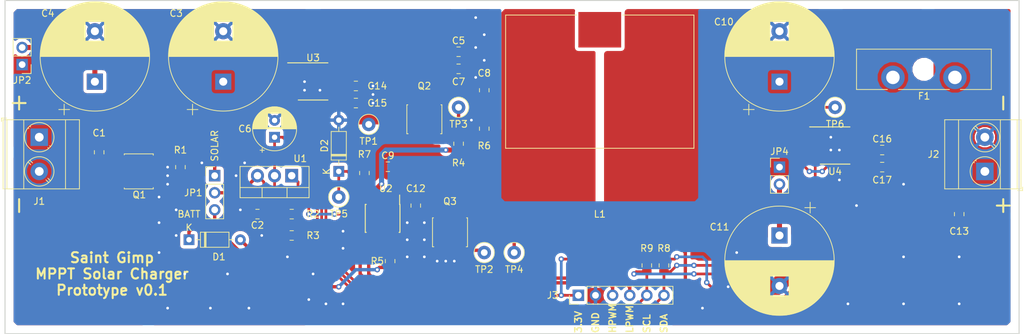
<source format=kicad_pcb>
(kicad_pcb (version 20171130) (host pcbnew "(5.0.0-3-g5ebb6b6)")
  (layers (0 F.Cu signal) (31 B.Cu signal) (34 B.Paste user) (35 F.Paste user) (36 B.SilkS user) (37 F.SilkS user) (38 B.Mask user) (39 F.Mask user) (44 Edge.Cuts user))
  (net 0 "")
  (net 1 "Net-(D1-Pad1)")
  (net 2 "Net-(D1-Pad2)")
  (net 3 GND)
  (net 4 "Net-(Q2-Pad4)")
  (net 5 +3V3)
  (net 6 /PowerStage/SOLAR+)
  (net 7 /PowerStage/SOLAR-)
  (net 8 "Net-(C2-Pad1)")
  (net 9 "Net-(C4-Pad1)")
  (net 10 +10V)
  (net 11 "Net-(C8-Pad1)")
  (net 12 /PowerStage/SWITCH_NODE)
  (net 13 /PowerStage/BUCK_OUT)
  (net 14 "Net-(C11-Pad1)")
  (net 15 /PowerStage/BATTERY+)
  (net 16 /PowerStage/BatteryCurrentMonitor/IN-)
  (net 17 /MCU/HIGH_PWM)
  (net 18 /MCU/LOW_PWM)
  (net 19 /MCU/SDA)
  (net 20 /MCU/SCL)
  (net 21 /PowerStage/SolarCurrentMonitor/IN-)
  (net 22 "Net-(R2-Pad2)")
  (net 23 /PowerStage/HIGH_DRIVER)
  (net 24 /PowerStage/LOW_DRIVER)
  (net 25 "Net-(U3-Pad13)")
  (net 26 "Net-(U3-Pad7)")
  (net 27 "Net-(U4-Pad7)")
  (net 28 "Net-(U4-Pad13)")
  (net 29 /PowerStage/HB)
  (net 30 /PowerStage/HS)
  (module Resistor_SMD:R_0805_2012Metric (layer F.Cu) (at 132.715 112.395 90)
    (fp_text reference R5 (at 0 -1.905 180) (layer F.SilkS))
    (fp_text value 3.3)
    (pad 1 smd roundrect (at -0.9375 0 90) (size 0.975 1.4) (layers F.Cu F.Paste F.Mask) (net 2 "Net-(D1-Pad2)"))
    (pad 2 smd roundrect (at 0.9375 0 90) (size 0.975 1.4) (layers F.Cu F.Paste F.Mask) (net 24 /PowerStage/LOW_DRIVER))
  )
  (module Resistor_SMD:R_0805_2012Metric (layer F.Cu) (at 118.11 105.41)
    (fp_text reference R2 (at 3.175 0) (layer F.SilkS))
    (fp_text value 150)
    (pad 2 smd roundrect (at 0.9375 0) (size 0.975 1.4) (layers F.Cu F.Paste F.Mask) (net 22 "Net-(R2-Pad2)"))
    (pad 1 smd roundrect (at -0.9375 0) (size 0.975 1.4) (layers F.Cu F.Paste F.Mask) (net 10 +10V))
  )
  (module Resistor_SMD:R_0805_2012Metric (layer F.Cu) (at 118.11 108.585 180)
    (fp_text reference R3 (at -3.175 0 180) (layer F.SilkS))
    (fp_text value 1000)
    (pad 1 smd roundrect (at -0.9375 0 180) (size 0.975 1.4) (layers F.Cu F.Paste F.Mask) (net 22 "Net-(R2-Pad2)"))
    (pad 2 smd roundrect (at 0.9375 0 180) (size 0.975 1.4) (layers F.Cu F.Paste F.Mask) (net 3 GND))
  )
  (module Capacitor_SMD:C_0805_2012Metric (layer F.Cu) (at 113.03 105.41 180)
    (fp_text reference C2 (at 0 -1.65 180) (layer F.SilkS))
    (fp_text value 100nF)
    (pad 1 smd roundrect (at -0.9375 0 180) (size 0.975 1.4) (layers F.Cu F.Paste F.Mask) (net 8 "Net-(C2-Pad1)"))
    (pad 2 smd roundrect (at 0.9375 0 180) (size 0.975 1.4) (layers F.Cu F.Paste F.Mask) (net 3 GND))
  )
  (module Capacitor_THT:CP_Radial_D6.3mm_P2.50mm (layer F.Cu) (at 115.57 93.98 90)
    (fp_text reference C6 (at 1.25 -4.4 180) (layer F.SilkS))
    (fp_text value 100uF)
    (pad 1 thru_hole rect (at 0 0 90) (size 1.6 1.6) (drill 0.8) (layers *.Cu *.Mask) (net 10 +10V))
    (pad 2 thru_hole circle (at 2.5 0 90) (size 1.6 1.6) (drill 0.8) (layers *.Cu *.Mask) (net 3 GND))
  )
  (module Package_TO_SOT_THT:TO-220-3_Vertical (layer F.Cu) (at 118.11 99.695 180)
    (fp_text reference U1 (at -1.27 2.54 180) (layer F.SilkS))
    (fp_text value LM350_TO220)
    (pad 1 thru_hole rect (at 0 0 180) (size 1.905 2) (drill 1.1) (layers *.Cu *.Mask) (net 22 "Net-(R2-Pad2)"))
    (pad 2 thru_hole oval (at 2.54 0 180) (size 1.905 2) (drill 1.1) (layers *.Cu *.Mask) (net 10 +10V))
    (pad 3 thru_hole oval (at 5.08 0 180) (size 1.905 2) (drill 1.1) (layers *.Cu *.Mask) (net 8 "Net-(C2-Pad1)"))
  )
  (module Diode_THT:D_DO-35_SOD27_P7.62mm_Horizontal (layer F.Cu) (at 102.87 109.22)
    (fp_text reference D1 (at 4.445 2.54) (layer F.SilkS))
    (fp_text value 1N4148)
    (fp_text user K (at 0 -1.8) (layer F.SilkS))
    (pad 1 thru_hole rect (at 0 0) (size 1.6 1.6) (drill 0.8) (layers *.Cu *.Mask) (net 1 "Net-(D1-Pad1)"))
    (pad 2 thru_hole oval (at 7.62 0) (size 1.6 1.6) (drill 0.8) (layers *.Cu *.Mask) (net 2 "Net-(D1-Pad2)"))
  )
  (module Package_TO_SOT_SMD:LFPAK56 (layer F.Cu) (at 95.25 99.06 180)
    (fp_text reference Q1 (at -0.245 -3.48 180) (layer F.SilkS))
    (fp_text value PSMN5R5-60YS)
    (pad 2 smd rect (at -2.835 -0.64 90) (size 0.7 1.15) (layers F.Cu F.Paste F.Mask) (net 3 GND))
    (pad 1 smd rect (at -2.835 -1.91 90) (size 0.7 1.15) (layers F.Cu F.Paste F.Mask) (net 3 GND))
    (pad 3 smd rect (at -2.835 0.64 90) (size 0.7 1.15) (layers F.Cu F.Paste F.Mask) (net 3 GND))
    (pad 5 smd rect (at 2.635 0 90) (size 4.7 1.55) (layers F.Cu F.Mask) (net 7 /PowerStage/SOLAR-))
    (pad 5 smd rect (at 0.435 0 90) (size 4.2 3.3) (layers F.Cu F.Mask) (net 7 /PowerStage/SOLAR-))
    (pad 4 smd rect (at -2.835 1.91 90) (size 0.7 1.15) (layers F.Cu F.Paste F.Mask) (net 1 "Net-(D1-Pad1)"))
  )
  (module Package_TO_SOT_SMD:LFPAK56 (layer F.Cu) (at 137.795 91.145 90)
    (fp_text reference Q2 (at 4.785 0 180) (layer F.SilkS))
    (fp_text value PSMN5R5-60YS)
    (pad 4 smd rect (at -2.835 1.91) (size 0.7 1.15) (layers F.Cu F.Paste F.Mask) (net 4 "Net-(Q2-Pad4)"))
    (pad 5 smd rect (at 0.435 0) (size 4.2 3.3) (layers F.Cu F.Mask) (net 21 /PowerStage/SolarCurrentMonitor/IN-))
    (pad 5 smd rect (at 2.635 0) (size 4.7 1.55) (layers F.Cu F.Mask) (net 21 /PowerStage/SolarCurrentMonitor/IN-))
    (pad 3 smd rect (at -2.835 0.64) (size 0.7 1.15) (layers F.Cu F.Paste F.Mask) (net 12 /PowerStage/SWITCH_NODE))
    (pad 1 smd rect (at -2.835 -1.91) (size 0.7 1.15) (layers F.Cu F.Paste F.Mask) (net 12 /PowerStage/SWITCH_NODE))
    (pad 2 smd rect (at -2.835 -0.64) (size 0.7 1.15) (layers F.Cu F.Paste F.Mask) (net 12 /PowerStage/SWITCH_NODE))
  )
  (module Package_TO_SOT_SMD:LFPAK56 (layer F.Cu) (at 141.605 107.95 90)
    (fp_text reference Q3 (at 4.445 0 180) (layer F.SilkS))
    (fp_text value PSMN5R5-60YS)
    (pad 2 smd rect (at -2.835 -0.64) (size 0.7 1.15) (layers F.Cu F.Paste F.Mask) (net 3 GND))
    (pad 1 smd rect (at -2.835 -1.91) (size 0.7 1.15) (layers F.Cu F.Paste F.Mask) (net 3 GND))
    (pad 3 smd rect (at -2.835 0.64) (size 0.7 1.15) (layers F.Cu F.Paste F.Mask) (net 3 GND))
    (pad 5 smd rect (at 2.635 0) (size 4.7 1.55) (layers F.Cu F.Mask) (net 12 /PowerStage/SWITCH_NODE))
    (pad 5 smd rect (at 0.435 0) (size 4.2 3.3) (layers F.Cu F.Mask) (net 12 /PowerStage/SWITCH_NODE))
    (pad 4 smd rect (at -2.835 1.91) (size 0.7 1.15) (layers F.Cu F.Paste F.Mask) (net 2 "Net-(D1-Pad2)"))
  )
  (module Capacitor_SMD:C_0805_2012Metric (layer F.Cu) (at 89.535 96.2175 270)
    (fp_text reference C1 (at -2.8725 0) (layer F.SilkS))
    (fp_text value 1uF)
    (pad 1 smd roundrect (at -0.9375 0 270) (size 0.975 1.4) (layers F.Cu F.Paste F.Mask) (net 6 /PowerStage/SOLAR+))
    (pad 2 smd roundrect (at 0.9375 0 270) (size 0.975 1.4) (layers F.Cu F.Paste F.Mask) (net 7 /PowerStage/SOLAR-))
  )
  (module Capacitor_THT:CP_Radial_D16.0mm_P7.50mm (layer F.Cu) (at 107.95 85.725 90)
    (fp_text reference C3 (at 10.16 -6.985 180) (layer F.SilkS))
    (fp_text value 1000uF)
    (pad 2 thru_hole circle (at 7.5 0 90) (size 2.4 2.4) (drill 1.2) (layers *.Cu *.Mask) (net 3 GND))
    (pad 1 thru_hole rect (at 0 0 90) (size 2.4 2.4) (drill 1.2) (layers *.Cu *.Mask) (net 6 /PowerStage/SOLAR+))
  )
  (module Capacitor_SMD:C_0805_2012Metric (layer F.Cu) (at 142.875 81.28)
    (fp_text reference C5 (at 0 -1.65) (layer F.SilkS))
    (fp_text value 4.7uF)
    (pad 1 smd roundrect (at -0.9375 0) (size 0.975 1.4) (layers F.Cu F.Paste F.Mask) (net 21 /PowerStage/SolarCurrentMonitor/IN-))
    (pad 2 smd roundrect (at 0.9375 0) (size 0.975 1.4) (layers F.Cu F.Paste F.Mask) (net 3 GND))
  )
  (module Capacitor_SMD:C_0805_2012Metric (layer F.Cu) (at 146.685 86.995 90)
    (fp_text reference C8 (at 2.54 0 180) (layer F.SilkS))
    (fp_text value 1nF)
    (pad 1 smd roundrect (at -0.9375 0 90) (size 0.975 1.4) (layers F.Cu F.Paste F.Mask) (net 11 "Net-(C8-Pad1)"))
    (pad 2 smd roundrect (at 0.9375 0 90) (size 0.975 1.4) (layers F.Cu F.Paste F.Mask) (net 3 GND))
  )
  (module Capacitor_SMD:C_0805_2012Metric (layer F.Cu) (at 132.3825 98.365)
    (fp_text reference C9 (at 0 -1.65) (layer F.SilkS))
    (fp_text value 1uF)
    (pad 2 smd roundrect (at 0.9375 0) (size 0.975 1.4) (layers F.Cu F.Paste F.Mask) (net 29 /PowerStage/HB))
    (pad 1 smd roundrect (at -0.9375 0) (size 0.975 1.4) (layers F.Cu F.Paste F.Mask) (net 12 /PowerStage/SWITCH_NODE))
  )
  (module Fuse:Fuseholder_Blade_ATO_Littelfuse_Pudenz_2_Pin (layer F.Cu) (at 216.535 85.09 180)
    (fp_text reference F1 (at 4.57 -2.78 180) (layer F.SilkS))
    (fp_text value Fuse)
    (pad 1 thru_hole circle (at 0 0 180) (size 3.5 3.5) (drill 2) (layers *.Cu *.Mask) (net 15 /PowerStage/BATTERY+))
    (pad "" np_thru_hole circle (at 4.6 1.2 180) (size 2.4 2.4) (drill 2.4) (layers *.Cu *.Mask))
    (pad 2 thru_hole circle (at 9.2 0 180) (size 3.5 3.5) (drill 2) (layers *.Cu *.Mask) (net 16 /PowerStage/BatteryCurrentMonitor/IN-))
  )
  (module Resistor_SMD:R_0805_2012Metric (layer F.Cu) (at 101.6 98.425 90)
    (fp_text reference R1 (at 2.54 0 180) (layer F.SilkS))
    (fp_text value 1M)
    (pad 1 smd roundrect (at -0.9375 0 90) (size 0.975 1.4) (layers F.Cu F.Paste F.Mask) (net 3 GND))
    (pad 2 smd roundrect (at 0.9375 0 90) (size 0.975 1.4) (layers F.Cu F.Paste F.Mask) (net 1 "Net-(D1-Pad1)"))
  )
  (module Resistor_SMD:R_0805_2012Metric (layer F.Cu) (at 142.875 94.9475 90)
    (fp_text reference R4 (at -2.8425 0 180) (layer F.SilkS))
    (fp_text value 3.3)
    (pad 2 smd roundrect (at 0.9375 0 90) (size 0.975 1.4) (layers F.Cu F.Paste F.Mask) (net 4 "Net-(Q2-Pad4)"))
    (pad 1 smd roundrect (at -0.9375 0 90) (size 0.975 1.4) (layers F.Cu F.Paste F.Mask) (net 23 /PowerStage/HIGH_DRIVER))
  )
  (module Capacitor_THT:CP_Radial_D16.0mm_P7.50mm (layer F.Cu) (at 190.5 85.725 90)
    (fp_text reference C10 (at 8.89 -8.255 180) (layer F.SilkS))
    (fp_text value 1000uF)
    (pad 2 thru_hole circle (at 7.5 0 90) (size 2.4 2.4) (drill 1.2) (layers *.Cu *.Mask) (net 3 GND))
    (pad 1 thru_hole rect (at 0 0 90) (size 2.4 2.4) (drill 1.2) (layers *.Cu *.Mask) (net 13 /PowerStage/BUCK_OUT))
  )
  (module Capacitor_THT:CP_Radial_D16.0mm_P7.50mm (layer F.Cu) (at 190.5 108.585 270)
    (fp_text reference C11 (at -1.27 8.89) (layer F.SilkS))
    (fp_text value 1000uF)
    (pad 1 thru_hole rect (at 0 0 270) (size 2.4 2.4) (drill 1.2) (layers *.Cu *.Mask) (net 14 "Net-(C11-Pad1)"))
    (pad 2 thru_hole circle (at 7.5 0 270) (size 2.4 2.4) (drill 1.2) (layers *.Cu *.Mask) (net 3 GND))
  )
  (module Capacitor_SMD:C_0805_2012Metric (layer F.Cu) (at 136.525 104.14 270)
    (fp_text reference C12 (at -2.54 0) (layer F.SilkS))
    (fp_text value 1uF)
    (pad 2 smd roundrect (at 0.9375 0 270) (size 0.975 1.4) (layers F.Cu F.Paste F.Mask) (net 3 GND))
    (pad 1 smd roundrect (at -0.9375 0 270) (size 0.975 1.4) (layers F.Cu F.Paste F.Mask) (net 10 +10V))
  )
  (module Capacitor_SMD:C_0805_2012Metric (layer F.Cu) (at 217.17 105.41 270)
    (fp_text reference C13 (at 2.54 0) (layer F.SilkS))
    (fp_text value 1uF)
    (pad 1 smd roundrect (at -0.9375 0 270) (size 0.975 1.4) (layers F.Cu F.Paste F.Mask) (net 15 /PowerStage/BATTERY+))
    (pad 2 smd roundrect (at 0.9375 0 270) (size 0.975 1.4) (layers F.Cu F.Paste F.Mask) (net 3 GND))
  )
  (module Capacitor_SMD:C_0805_2012Metric (layer F.Cu) (at 127.635 86.36)
    (fp_text reference C14 (at 3.175 0) (layer F.SilkS))
    (fp_text value 100nF)
    (pad 2 smd roundrect (at 0.9375 0) (size 0.975 1.4) (layers F.Cu F.Paste F.Mask) (net 3 GND))
    (pad 1 smd roundrect (at -0.9375 0) (size 0.975 1.4) (layers F.Cu F.Paste F.Mask) (net 6 /PowerStage/SOLAR+))
  )
  (module Capacitor_SMD:C_0805_2012Metric (layer F.Cu) (at 127.635 88.9)
    (fp_text reference C15 (at 3.175 0) (layer F.SilkS))
    (fp_text value 100nF)
    (pad 1 smd roundrect (at -0.9375 0) (size 0.975 1.4) (layers F.Cu F.Paste F.Mask) (net 5 +3V3))
    (pad 2 smd roundrect (at 0.9375 0) (size 0.975 1.4) (layers F.Cu F.Paste F.Mask) (net 3 GND))
  )
  (module Capacitor_SMD:C_0805_2012Metric (layer F.Cu) (at 205.74 95.885)
    (fp_text reference C16 (at 0 -1.65) (layer F.SilkS))
    (fp_text value 100nF)
    (pad 2 smd roundrect (at 0.9375 0) (size 0.975 1.4) (layers F.Cu F.Paste F.Mask) (net 3 GND))
    (pad 1 smd roundrect (at -0.9375 0) (size 0.975 1.4) (layers F.Cu F.Paste F.Mask) (net 16 /PowerStage/BatteryCurrentMonitor/IN-))
  )
  (module Capacitor_SMD:C_0805_2012Metric (layer F.Cu) (at 205.74 98.425)
    (fp_text reference C17 (at 0 1.905) (layer F.SilkS))
    (fp_text value 100nF)
    (pad 1 smd roundrect (at -0.9375 0) (size 0.975 1.4) (layers F.Cu F.Paste F.Mask) (net 5 +3V3))
    (pad 2 smd roundrect (at 0.9375 0) (size 0.975 1.4) (layers F.Cu F.Paste F.Mask) (net 3 GND))
  )
  (module Diode_THT:D_DO-35_SOD27_P7.62mm_Horizontal (layer F.Cu) (at 125.095 99.06 90)
    (fp_text reference D2 (at 3.81 -2.12 90) (layer F.SilkS))
    (fp_text value 1N4148)
    (fp_text user K (at 0 -1.8 90) (layer F.SilkS))
    (pad 1 thru_hole rect (at 0 0 90) (size 1.6 1.6) (drill 0.8) (layers *.Cu *.Mask) (net 30 /PowerStage/HS))
    (pad 2 thru_hole oval (at 7.62 0 90) (size 1.6 1.6) (drill 0.8) (layers *.Cu *.Mask) (net 3 GND))
  )
  (module TerminalBlock_Phoenix:TerminalBlock_Phoenix_MKDS-3-2-5.08_1x02_P5.08mm_Horizontal (layer F.Cu) (at 220.98 99.06 90)
    (fp_text reference J2 (at 2.54 -7.62 180) (layer F.SilkS))
    (fp_text value Screw_Terminal_01x02)
    (pad 1 thru_hole rect (at 0 0 90) (size 2.6 2.6) (drill 1.3) (layers *.Cu *.Mask) (net 15 /PowerStage/BATTERY+))
    (pad 2 thru_hole circle (at 5.08 0 90) (size 2.6 2.6) (drill 1.3) (layers *.Cu *.Mask) (net 3 GND))
  )
  (module Connector_PinHeader_2.54mm:PinHeader_1x06_P2.54mm_Vertical (layer F.Cu) (at 160.655 117.475 90)
    (fp_text reference J3 (at 0 -3.81 180) (layer F.SilkS))
    (fp_text value Conn_01x06)
    (pad 1 thru_hole rect (at 0 0 90) (size 1.7 1.7) (drill 1) (layers *.Cu *.Mask) (net 5 +3V3))
    (pad 2 thru_hole oval (at 0 2.54 90) (size 1.7 1.7) (drill 1) (layers *.Cu *.Mask) (net 3 GND))
    (pad 3 thru_hole oval (at 0 5.08 90) (size 1.7 1.7) (drill 1) (layers *.Cu *.Mask) (net 17 /MCU/HIGH_PWM))
    (pad 4 thru_hole oval (at 0 7.62 90) (size 1.7 1.7) (drill 1) (layers *.Cu *.Mask) (net 18 /MCU/LOW_PWM))
    (pad 5 thru_hole oval (at 0 10.16 90) (size 1.7 1.7) (drill 1) (layers *.Cu *.Mask) (net 20 /MCU/SCL))
    (pad 6 thru_hole oval (at 0 12.7 90) (size 1.7 1.7) (drill 1) (layers *.Cu *.Mask) (net 19 /MCU/SDA))
  )
  (module Connector_PinHeader_2.54mm:PinHeader_1x03_P2.54mm_Vertical (layer F.Cu) (at 106.68 99.695)
    (fp_text reference JP1 (at -3.175 2.54) (layer F.SilkS))
    (fp_text value Jumper_NC_Dual)
    (pad 1 thru_hole rect (at 0 0) (size 1.7 1.7) (drill 1) (layers *.Cu *.Mask) (net 6 /PowerStage/SOLAR+))
    (pad 2 thru_hole oval (at 0 2.54) (size 1.7 1.7) (drill 1) (layers *.Cu *.Mask) (net 8 "Net-(C2-Pad1)"))
    (pad 3 thru_hole oval (at 0 5.08) (size 1.7 1.7) (drill 1) (layers *.Cu *.Mask) (net 13 /PowerStage/BUCK_OUT))
  )
  (module Connector_PinHeader_2.54mm:PinHeader_1x02_P2.54mm_Vertical (layer F.Cu) (at 78.105 83.185 180)
    (fp_text reference JP2 (at 0 -2.33 180) (layer F.SilkS))
    (fp_text value Jumper_NC_Small)
    (pad 2 thru_hole oval (at 0 2.54 180) (size 1.7 1.7) (drill 1) (layers *.Cu *.Mask) (net 9 "Net-(C4-Pad1)"))
    (pad 1 thru_hole rect (at 0 0 180) (size 1.7 1.7) (drill 1) (layers *.Cu *.Mask) (net 6 /PowerStage/SOLAR+))
  )
  (module Connector_PinHeader_2.54mm:PinHeader_1x02_P2.54mm_Vertical (layer F.Cu) (at 190.5 98.425)
    (fp_text reference JP4 (at 0 -2.33) (layer F.SilkS))
    (fp_text value Jumper_NC_Small)
    (pad 2 thru_hole oval (at 0 2.54) (size 1.7 1.7) (drill 1) (layers *.Cu *.Mask) (net 14 "Net-(C11-Pad1)"))
    (pad 1 thru_hole rect (at 0 0) (size 1.7 1.7) (drill 1) (layers *.Cu *.Mask) (net 13 /PowerStage/BUCK_OUT))
  )
  (module Saintgimp:Coilcraft_SER2900 (layer F.Cu) (at 163.83 85.725)
    (fp_text reference L1 (at 0 19.685) (layer F.SilkS))
    (fp_text value 22uH)
    (pad 2 smd rect (at 5.075 14.355) (size 5.33 5.59) (layers F.Cu F.Paste F.Mask) (net 13 /PowerStage/BUCK_OUT))
    (pad 1 smd rect (at -5.075 14.355) (size 5.33 5.59) (layers F.Cu F.Paste F.Mask) (net 12 /PowerStage/SWITCH_NODE))
    (pad "" smd rect (at 0 -7.72) (size 6.35 5.28) (layers F.Cu F.Paste F.Mask))
  )
  (module Resistor_SMD:R_0805_2012Metric (layer F.Cu) (at 146.685 92.71 90)
    (fp_text reference R6 (at -2.54 0 180) (layer F.SilkS))
    (fp_text value 2.2)
    (pad 2 smd roundrect (at 0.9375 0 90) (size 0.975 1.4) (layers F.Cu F.Paste F.Mask) (net 11 "Net-(C8-Pad1)"))
    (pad 1 smd roundrect (at -0.9375 0 90) (size 0.975 1.4) (layers F.Cu F.Paste F.Mask) (net 12 /PowerStage/SWITCH_NODE))
  )
  (module Resistor_SMD:R_0805_2012Metric (layer F.Cu) (at 128.905 99.3025 90)
    (fp_text reference R7 (at 2.7825 0 180) (layer F.SilkS))
    (fp_text value 3)
    (pad 1 smd roundrect (at -0.9375 0 90) (size 0.975 1.4) (layers F.Cu F.Paste F.Mask) (net 30 /PowerStage/HS))
    (pad 2 smd roundrect (at 0.9375 0 90) (size 0.975 1.4) (layers F.Cu F.Paste F.Mask) (net 12 /PowerStage/SWITCH_NODE))
  )
  (module Resistor_SMD:R_0805_2012Metric (layer F.Cu) (at 173.355 113.03 270)
    (fp_text reference R8 (at -2.54 0) (layer F.SilkS))
    (fp_text value 4.3K)
    (pad 2 smd roundrect (at 0.9375 0 270) (size 0.975 1.4) (layers F.Cu F.Paste F.Mask) (net 19 /MCU/SDA))
    (pad 1 smd roundrect (at -0.9375 0 270) (size 0.975 1.4) (layers F.Cu F.Paste F.Mask) (net 5 +3V3))
  )
  (module Resistor_SMD:R_0805_2012Metric (layer F.Cu) (at 170.815 113.03 270)
    (fp_text reference R9 (at -2.54 0) (layer F.SilkS))
    (fp_text value 4.3K)
    (pad 1 smd roundrect (at -0.9375 0 270) (size 0.975 1.4) (layers F.Cu F.Paste F.Mask) (net 5 +3V3))
    (pad 2 smd roundrect (at 0.9375 0 270) (size 0.975 1.4) (layers F.Cu F.Paste F.Mask) (net 20 /MCU/SCL))
  )
  (module TestPoint:TestPoint_Loop_D2.50mm_Drill1.0mm (layer F.Cu) (at 129.54 92.075)
    (fp_text reference TP1 (at 0 2.5) (layer F.SilkS))
    (fp_text value TestPoint_Probe)
    (pad 1 thru_hole circle (at 0 0) (size 2 2) (drill 1) (layers *.Cu *.Mask) (net 21 /PowerStage/SolarCurrentMonitor/IN-))
  )
  (module TestPoint:TestPoint_Loop_D2.50mm_Drill1.0mm (layer F.Cu) (at 146.685 111.125)
    (fp_text reference TP2 (at 0 2.5) (layer F.SilkS))
    (fp_text value TestPoint_Probe)
    (pad 1 thru_hole circle (at 0 0) (size 2 2) (drill 1) (layers *.Cu *.Mask) (net 2 "Net-(D1-Pad2)"))
  )
  (module TestPoint:TestPoint_Loop_D2.50mm_Drill1.0mm (layer F.Cu) (at 142.875 89.535)
    (fp_text reference TP3 (at 0 2.5) (layer F.SilkS))
    (fp_text value TestPoint_Probe)
    (pad 1 thru_hole circle (at 0 0) (size 2 2) (drill 1) (layers *.Cu *.Mask) (net 4 "Net-(Q2-Pad4)"))
  )
  (module TestPoint:TestPoint_Loop_D2.50mm_Drill1.0mm (layer F.Cu) (at 151.13 111.125)
    (fp_text reference TP4 (at 0 2.5) (layer F.SilkS))
    (fp_text value TestPoint_Probe)
    (pad 1 thru_hole circle (at 0 0) (size 2 2) (drill 1) (layers *.Cu *.Mask) (net 12 /PowerStage/SWITCH_NODE))
  )
  (module TestPoint:TestPoint_Loop_D2.50mm_Drill1.0mm (layer F.Cu) (at 125.095 102.87)
    (fp_text reference TP5 (at 0 2.5) (layer F.SilkS))
    (fp_text value TestPoint_Probe)
    (pad 1 thru_hole circle (at 0 0) (size 2 2) (drill 1) (layers *.Cu *.Mask) (net 30 /PowerStage/HS))
  )
  (module TestPoint:TestPoint_Loop_D2.50mm_Drill1.0mm (layer F.Cu) (at 198.755 89.535)
    (fp_text reference TP6 (at 0 2.5) (layer F.SilkS))
    (fp_text value TestPoint_Probe)
    (pad 1 thru_hole circle (at 0 0) (size 2 2) (drill 1) (layers *.Cu *.Mask) (net 13 /PowerStage/BUCK_OUT))
  )
  (module Package_SO:TSSOP-16_4.4x5mm_P0.65mm (layer F.Cu) (at 121.285 85.725)
    (fp_text reference U3 (at 0 -3.55) (layer F.SilkS))
    (fp_text value INA260)
    (pad 16 smd rect (at 2.95 -2.275) (size 1.5 0.45) (layers F.Cu F.Paste F.Mask) (net 21 /PowerStage/SolarCurrentMonitor/IN-))
    (pad 15 smd rect (at 2.95 -1.625) (size 1.5 0.45) (layers F.Cu F.Paste F.Mask) (net 21 /PowerStage/SolarCurrentMonitor/IN-))
    (pad 14 smd rect (at 2.95 -0.975) (size 1.5 0.45) (layers F.Cu F.Paste F.Mask) (net 21 /PowerStage/SolarCurrentMonitor/IN-))
    (pad 13 smd rect (at 2.95 -0.325) (size 1.5 0.45) (layers F.Cu F.Paste F.Mask) (net 25 "Net-(U3-Pad13)"))
    (pad 12 smd rect (at 2.95 0.325) (size 1.5 0.45) (layers F.Cu F.Paste F.Mask) (net 6 /PowerStage/SOLAR+))
    (pad 11 smd rect (at 2.95 0.975) (size 1.5 0.45) (layers F.Cu F.Paste F.Mask) (net 3 GND))
    (pad 10 smd rect (at 2.95 1.625) (size 1.5 0.45) (layers F.Cu F.Paste F.Mask) (net 5 +3V3))
    (pad 9 smd rect (at 2.95 2.275) (size 1.5 0.45) (layers F.Cu F.Paste F.Mask) (net 20 /MCU/SCL))
    (pad 8 smd rect (at -2.95 2.275) (size 1.5 0.45) (layers F.Cu F.Paste F.Mask) (net 19 /MCU/SDA))
    (pad 7 smd rect (at -2.95 1.625) (size 1.5 0.45) (layers F.Cu F.Paste F.Mask) (net 26 "Net-(U3-Pad7)"))
    (pad 6 smd rect (at -2.95 0.975) (size 1.5 0.45) (layers F.Cu F.Paste F.Mask) (net 3 GND))
    (pad 5 smd rect (at -2.95 0.325) (size 1.5 0.45) (layers F.Cu F.Paste F.Mask) (net 3 GND))
    (pad 4 smd rect (at -2.95 -0.325) (size 1.5 0.45) (layers F.Cu F.Paste F.Mask) (net 3 GND))
    (pad 3 smd rect (at -2.95 -0.975) (size 1.5 0.45) (layers F.Cu F.Paste F.Mask) (net 6 /PowerStage/SOLAR+))
    (pad 2 smd rect (at -2.95 -1.625) (size 1.5 0.45) (layers F.Cu F.Paste F.Mask) (net 6 /PowerStage/SOLAR+))
    (pad 1 smd rect (at -2.95 -2.275) (size 1.5 0.45) (layers F.Cu F.Paste F.Mask) (net 6 /PowerStage/SOLAR+))
  )
  (module Package_SO:TSSOP-16_4.4x5mm_P0.65mm (layer F.Cu) (at 198.755 95.25)
    (fp_text reference U4 (at 0 3.81) (layer F.SilkS))
    (fp_text value INA260)
    (pad 1 smd rect (at -2.95 -2.275) (size 1.5 0.45) (layers F.Cu F.Paste F.Mask) (net 13 /PowerStage/BUCK_OUT))
    (pad 2 smd rect (at -2.95 -1.625) (size 1.5 0.45) (layers F.Cu F.Paste F.Mask) (net 13 /PowerStage/BUCK_OUT))
    (pad 3 smd rect (at -2.95 -0.975) (size 1.5 0.45) (layers F.Cu F.Paste F.Mask) (net 13 /PowerStage/BUCK_OUT))
    (pad 4 smd rect (at -2.95 -0.325) (size 1.5 0.45) (layers F.Cu F.Paste F.Mask) (net 3 GND))
    (pad 5 smd rect (at -2.95 0.325) (size 1.5 0.45) (layers F.Cu F.Paste F.Mask) (net 5 +3V3))
    (pad 6 smd rect (at -2.95 0.975) (size 1.5 0.45) (layers F.Cu F.Paste F.Mask) (net 3 GND))
    (pad 7 smd rect (at -2.95 1.625) (size 1.5 0.45) (layers F.Cu F.Paste F.Mask) (net 27 "Net-(U4-Pad7)"))
    (pad 8 smd rect (at -2.95 2.275) (size 1.5 0.45) (layers F.Cu F.Paste F.Mask) (net 19 /MCU/SDA))
    (pad 9 smd rect (at 2.95 2.275) (size 1.5 0.45) (layers F.Cu F.Paste F.Mask) (net 20 /MCU/SCL))
    (pad 10 smd rect (at 2.95 1.625) (size 1.5 0.45) (layers F.Cu F.Paste F.Mask) (net 5 +3V3))
    (pad 11 smd rect (at 2.95 0.975) (size 1.5 0.45) (layers F.Cu F.Paste F.Mask) (net 3 GND))
    (pad 12 smd rect (at 2.95 0.325) (size 1.5 0.45) (layers F.Cu F.Paste F.Mask) (net 16 /PowerStage/BatteryCurrentMonitor/IN-))
    (pad 13 smd rect (at 2.95 -0.325) (size 1.5 0.45) (layers F.Cu F.Paste F.Mask) (net 28 "Net-(U4-Pad13)"))
    (pad 14 smd rect (at 2.95 -0.975) (size 1.5 0.45) (layers F.Cu F.Paste F.Mask) (net 16 /PowerStage/BatteryCurrentMonitor/IN-))
    (pad 15 smd rect (at 2.95 -1.625) (size 1.5 0.45) (layers F.Cu F.Paste F.Mask) (net 16 /PowerStage/BatteryCurrentMonitor/IN-))
    (pad 16 smd rect (at 2.95 -2.275) (size 1.5 0.45) (layers F.Cu F.Paste F.Mask) (net 16 /PowerStage/BatteryCurrentMonitor/IN-))
  )
  (module Capacitor_THT:CP_Radial_D16.0mm_P7.50mm (layer F.Cu) (at 88.9 85.725 90)
    (fp_text reference C4 (at 10.16 -6.985 180) (layer F.SilkS))
    (fp_text value 1000uF)
    (pad 1 thru_hole rect (at 0 0 90) (size 2.4 2.4) (drill 1.2) (layers *.Cu *.Mask) (net 9 "Net-(C4-Pad1)"))
    (pad 2 thru_hole circle (at 7.5 0 90) (size 2.4 2.4) (drill 1.2) (layers *.Cu *.Mask) (net 3 GND))
  )
  (module Capacitor_SMD:C_0805_2012Metric (layer F.Cu) (at 142.875 83.82)
    (fp_text reference C7 (at 0 1.905) (layer F.SilkS))
    (fp_text value 4.7uF)
    (pad 2 smd roundrect (at 0.9375 0) (size 0.975 1.4) (layers F.Cu F.Paste F.Mask) (net 3 GND))
    (pad 1 smd roundrect (at -0.9375 0) (size 0.975 1.4) (layers F.Cu F.Paste F.Mask) (net 21 /PowerStage/SolarCurrentMonitor/IN-))
  )
  (module TerminalBlock_Phoenix:TerminalBlock_Phoenix_MKDS-3-2-5.08_1x02_P5.08mm_Horizontal (layer F.Cu) (at 80.645 93.98 270)
    (fp_text reference J1 (at 9.525 0) (layer F.SilkS))
    (fp_text value Screw_Terminal_01x02 hide)
    (pad 1 thru_hole rect (at 0 0 270) (size 2.6 2.6) (drill 1.3) (layers *.Cu *.Mask) (net 6 /PowerStage/SOLAR+))
    (pad 2 thru_hole circle (at 5.08 0 270) (size 2.6 2.6) (drill 1.3) (layers *.Cu *.Mask) (net 7 /PowerStage/SOLAR-))
  )
  (module Package_SO:SOIC-8_3.9x4.9mm_P1.27mm (layer F.Cu) (at 131.605 106.045 270)
    (fp_text reference U2 (at -4.445 -0.475) (layer F.SilkS))
    (fp_text value MIC4605-1YM)
    (pad 1 smd rect (at -2.7 -1.905 270) (size 1.55 0.6) (layers F.Cu F.Paste F.Mask) (net 10 +10V))
    (pad 2 smd rect (at -2.7 -0.635 270) (size 1.55 0.6) (layers F.Cu F.Paste F.Mask) (net 29 /PowerStage/HB))
    (pad 3 smd rect (at -2.7 0.635 270) (size 1.55 0.6) (layers F.Cu F.Paste F.Mask) (net 23 /PowerStage/HIGH_DRIVER))
    (pad 4 smd rect (at -2.7 1.905 270) (size 1.55 0.6) (layers F.Cu F.Paste F.Mask) (net 30 /PowerStage/HS))
    (pad 5 smd rect (at 2.7 1.905 270) (size 1.55 0.6) (layers F.Cu F.Paste F.Mask) (net 17 /MCU/HIGH_PWM))
    (pad 6 smd rect (at 2.7 0.635 270) (size 1.55 0.6) (layers F.Cu F.Paste F.Mask) (net 18 /MCU/LOW_PWM))
    (pad 7 smd rect (at 2.7 -0.635 270) (size 1.55 0.6) (layers F.Cu F.Paste F.Mask) (net 3 GND))
    (pad 8 smd rect (at 2.7 -1.905 270) (size 1.55 0.6) (layers F.Cu F.Paste F.Mask) (net 24 /PowerStage/LOW_DRIVER))
  )
  (gr_text BATT (at 102.87 105.41) (layer F.SilkS) (effects (font (size 1 1))))
  (gr_text SOLAR (at 106.68 95.25 90) (layer F.SilkS) (effects (font (size 1 1))))
  (gr_text SDA (at 173.355 123.19 90) (layer F.SilkS) (effects (font (size 1 1) (thickness 0.2)) (justify left)))
  (gr_text SCL (at 170.815 123.19 90) (layer F.SilkS) (effects (font (size 1 1) (thickness 0.2)) (justify left)))
  (gr_text LPWM (at 168.275 123.19 90) (layer F.SilkS) (effects (font (size 1 1) (thickness 0.2)) (justify left)))
  (gr_text HPWM (at 165.735 123.19 90) (layer F.SilkS) (effects (font (size 1 1) (thickness 0.2)) (justify left)))
  (gr_text GND (at 163.195 123.19 90) (layer F.SilkS) (effects (font (size 1 1) (thickness 0.2)) (justify left)))
  (gr_text 3.3V (at 160.655 123.19 90) (layer F.SilkS) (effects (font (size 1 1) (thickness 0.2)) (justify left)))
  (gr_text - (at 223.52 88.9 90) (layer F.SilkS) (effects (font (size 2.5 2.5) (thickness 0.3))))
  (gr_text + (at 223.52 104.14 90) (layer F.SilkS) (effects (font (size 2.5 2.5) (thickness 0.3))))
  (gr_text - (at 77.47 104.14 90) (layer F.SilkS) (effects (font (size 2.5 2.5) (thickness 0.3))))
  (gr_text + (at 77.47 88.9 90) (layer F.SilkS) (effects (font (size 2.5 2.5) (thickness 0.3))))
  (gr_text "Saint Gimp\nMPPT Solar Charger\nPrototype v0.1" (at 91.44 114.3) (layer F.SilkS) (effects (font (size 1.5 1.5) (thickness 0.3))))
  (gr_line (start 75.565 123.19) (end 75.565 73.66) (layer Edge.Cuts) (width 0.15))
  (gr_line (start 226.06 123.19) (end 75.565 123.19) (layer Edge.Cuts) (width 0.15))
  (gr_line (start 226.06 73.66) (end 226.06 123.19) (layer Edge.Cuts) (width 0.15))
  (gr_line (start 75.565 73.66) (end 226.06 73.66) (layer Edge.Cuts) (width 0.15))
  (segment (start 101.2625 97.15) (end 101.6 97.4875) (width 0.4) (layer F.Cu) (net 1))
  (segment (start 98.085 97.15) (end 101.2625 97.15) (width 0.5) (layer F.Cu) (net 1))
  (segment (start 103.505 98.425) (end 102.5675 97.4875) (width 0.5) (layer F.Cu) (net 1))
  (segment (start 102.5675 97.4875) (end 101.6 97.4875) (width 0.5) (layer F.Cu) (net 1))
  (segment (start 102.87 108.02) (end 103.505 107.385) (width 0.5) (layer F.Cu) (net 1))
  (segment (start 103.505 107.385) (end 103.505 98.425) (width 0.5) (layer F.Cu) (net 1))
  (segment (start 102.87 109.22) (end 102.87 108.02) (width 0.5) (layer F.Cu) (net 1))
  (segment (start 146.345 110.785) (end 146.685 111.125) (width 0.5) (layer F.Cu) (net 2))
  (segment (start 143.515 110.785) (end 146.345 110.785) (width 0.5) (layer F.Cu) (net 2))
  (segment (start 143.515 110.785) (end 143.515 113.025) (width 0.5) (layer F.Cu) (net 2))
  (segment (start 143.515 113.025) (end 142.875 113.665) (width 0.5) (layer F.Cu) (net 2))
  (segment (start 142.875 113.665) (end 133.985 113.665) (width 0.5) (layer F.Cu) (net 2))
  (segment (start 133.6525 113.3325) (end 133.985 113.665) (width 0.5) (layer F.Cu) (net 2))
  (segment (start 132.715 113.3325) (end 133.6525 113.3325) (width 0.5) (layer F.Cu) (net 2))
  (segment (start 114.6025 113.3325) (end 110.49 109.22) (width 0.5) (layer F.Cu) (net 2))
  (via (at 125.095 116.205) (size 0.8) (drill 0.4) (layers F.Cu B.Cu) (net 2))
  (segment (start 127.635 113.665) (end 125.095 116.205) (width 0.5) (layer B.Cu) (net 2))
  (segment (start 117.475 116.205) (end 114.6025 113.3325) (width 0.5) (layer F.Cu) (net 2))
  (segment (start 125.095 116.205) (end 117.475 116.205) (width 0.5) (layer F.Cu) (net 2))
  (via (at 130.81 113.665) (size 0.8) (drill 0.4) (layers F.Cu B.Cu) (net 2))
  (segment (start 131.1425 113.3325) (end 130.81 113.665) (width 0.5) (layer F.Cu) (net 2))
  (segment (start 132.715 113.3325) (end 131.1425 113.3325) (width 0.5) (layer F.Cu) (net 2))
  (segment (start 130.81 113.665) (end 127.635 113.665) (width 0.5) (layer B.Cu) (net 2))
  (segment (start 133.03 106.68) (end 134.9225 106.68) (width 0.5) (layer F.Cu) (net 3))
  (segment (start 132.24 107.47) (end 133.03 106.68) (width 0.5) (layer F.Cu) (net 3))
  (segment (start 134.9225 106.68) (end 136.525 105.0775) (width 0.5) (layer F.Cu) (net 3))
  (segment (start 132.24 108.745) (end 132.24 107.47) (width 0.5) (layer F.Cu) (net 3))
  (via (at 142.24 112.395) (size 0.8) (drill 0.4) (layers F.Cu B.Cu) (net 3))
  (via (at 140.97 112.395) (size 0.8) (drill 0.4) (layers F.Cu B.Cu) (net 3))
  (via (at 139.7 112.395) (size 0.8) (drill 0.4) (layers F.Cu B.Cu) (net 3))
  (via (at 137.795 111.76) (size 0.8) (drill 0.4) (layers F.Cu B.Cu) (net 3))
  (via (at 135.255 111.76) (size 0.8) (drill 0.4) (layers F.Cu B.Cu) (net 3))
  (via (at 135.255 109.22) (size 0.8) (drill 0.4) (layers F.Cu B.Cu) (net 3))
  (via (at 137.795 109.22) (size 0.8) (drill 0.4) (layers F.Cu B.Cu) (net 3))
  (segment (start 134.9225 106.68) (end 134.9225 106.68) (width 0.5) (layer F.Cu) (net 3))
  (via (at 135.255 106.68) (size 0.8) (drill 0.4) (layers F.Cu B.Cu) (net 3))
  (via (at 137.795 106.68) (size 0.8) (drill 0.4) (layers F.Cu B.Cu) (net 3))
  (via (at 145.415 76.2) (size 0.8) (drill 0.4) (layers F.Cu B.Cu) (net 3))
  (via (at 146.685 78.74) (size 0.8) (drill 0.4) (layers F.Cu B.Cu) (net 3))
  (via (at 145.415 80.645) (size 0.8) (drill 0.4) (layers F.Cu B.Cu) (net 3))
  (via (at 146.685 82.55) (size 0.8) (drill 0.4) (layers F.Cu B.Cu) (net 3))
  (via (at 145.415 85.09) (size 0.8) (drill 0.4) (layers F.Cu B.Cu) (net 3))
  (via (at 122.301 86.995) (size 0.8) (drill 0.4) (layers F.Cu B.Cu) (net 3))
  (via (at 120.015 85.725) (size 0.8) (drill 0.4) (layers F.Cu B.Cu) (net 3))
  (via (at 120.015 86.995) (size 0.8) (drill 0.4) (layers F.Cu B.Cu) (net 3))
  (via (at 130.175 86.36) (size 0.8) (drill 0.4) (layers F.Cu B.Cu) (net 3))
  (via (at 130.175 87.63) (size 0.8) (drill 0.4) (layers F.Cu B.Cu) (net 3))
  (via (at 130.175 88.9) (size 0.8) (drill 0.4) (layers F.Cu B.Cu) (net 3))
  (segment (start 112.0925 105.41) (end 112.0925 107.315) (width 0.4) (layer F.Cu) (net 3))
  (segment (start 112.0925 108.2825) (end 112.395 108.585) (width 0.4) (layer F.Cu) (net 3))
  (segment (start 117.1725 108.585) (end 114.935 108.585) (width 0.4) (layer F.Cu) (net 3))
  (segment (start 112.0925 107.315) (end 112.0925 108.2825) (width 0.4) (layer F.Cu) (net 3))
  (via (at 99.695 98.425) (size 0.8) (drill 0.4) (layers F.Cu B.Cu) (net 3))
  (via (at 99.695 99.695) (size 0.8) (drill 0.4) (layers F.Cu B.Cu) (net 3))
  (via (at 99.695 100.965) (size 0.8) (drill 0.4) (layers F.Cu B.Cu) (net 3))
  (segment (start 118.335 86.05) (end 118.335 86.7) (width 0.25) (layer F.Cu) (net 3))
  (segment (start 118.335 85.4) (end 118.335 86.05) (width 0.25) (layer F.Cu) (net 3))
  (via (at 123.19 118.745) (size 0.8) (drill 0.4) (layers F.Cu B.Cu) (net 3))
  (via (at 120.65 118.11) (size 0.8) (drill 0.4) (layers F.Cu B.Cu) (net 3))
  (via (at 125.73 118.745) (size 0.8) (drill 0.4) (layers F.Cu B.Cu) (net 3))
  (via (at 110.49 104.775) (size 0.8) (drill 0.4) (layers F.Cu B.Cu) (net 3))
  (segment (start 114.935 108.585) (end 112.395 108.585) (width 0.4) (layer F.Cu) (net 3))
  (via (at 113.665 108.585) (size 0.8) (drill 0.4) (layers F.Cu B.Cu) (net 3))
  (via (at 117.475 111.76) (size 0.8) (drill 0.4) (layers F.Cu B.Cu) (net 3))
  (via (at 121.285 114.3) (size 0.8) (drill 0.4) (layers F.Cu B.Cu) (net 3))
  (via (at 98.425 102.87) (size 0.8) (drill 0.4) (layers F.Cu B.Cu) (net 3))
  (via (at 100.965 104.775) (size 0.8) (drill 0.4) (layers F.Cu B.Cu) (net 3))
  (via (at 98.425 106.68) (size 0.8) (drill 0.4) (layers F.Cu B.Cu) (net 3))
  (via (at 100.965 108.585) (size 0.8) (drill 0.4) (layers F.Cu B.Cu) (net 3))
  (via (at 98.425 111.125) (size 0.8) (drill 0.4) (layers F.Cu B.Cu) (net 3))
  (via (at 102.235 114.3) (size 0.8) (drill 0.4) (layers F.Cu B.Cu) (net 3))
  (via (at 99.695 119.38) (size 0.8) (drill 0.4) (layers F.Cu B.Cu) (net 3))
  (via (at 106.045 119.38) (size 0.8) (drill 0.4) (layers F.Cu B.Cu) (net 3))
  (via (at 111.76 119.38) (size 0.8) (drill 0.4) (layers F.Cu B.Cu) (net 3))
  (via (at 108.585 114.3) (size 0.8) (drill 0.4) (layers F.Cu B.Cu) (net 3))
  (via (at 109.855 99.695) (size 0.8) (drill 0.4) (layers F.Cu B.Cu) (net 3))
  (via (at 104.775 97.79) (size 0.8) (drill 0.4) (layers F.Cu B.Cu) (net 3))
  (via (at 111.125 97.79) (size 0.8) (drill 0.4) (layers F.Cu B.Cu) (net 3))
  (via (at 125.73 107.95) (size 0.8) (drill 0.4) (layers F.Cu B.Cu) (net 3))
  (via (at 125.73 110.49) (size 0.8) (drill 0.4) (layers F.Cu B.Cu) (net 3))
  (via (at 179.07 119.38) (size 0.8) (drill 0.4) (layers F.Cu B.Cu) (net 3))
  (via (at 200.66 118.745) (size 0.8) (drill 0.4) (layers F.Cu B.Cu) (net 3))
  (via (at 208.915 111.76) (size 0.8) (drill 0.4) (layers F.Cu B.Cu) (net 3))
  (via (at 208.915 118.745) (size 0.8) (drill 0.4) (layers F.Cu B.Cu) (net 3))
  (via (at 217.17 118.745) (size 0.8) (drill 0.4) (layers F.Cu B.Cu) (net 3))
  (via (at 217.17 111.76) (size 0.8) (drill 0.4) (layers F.Cu B.Cu) (net 3))
  (via (at 208.915 100.965) (size 0.8) (drill 0.4) (layers F.Cu B.Cu) (net 3))
  (segment (start 198.12 96.09) (end 198.12 96.225) (width 0.4) (layer F.Cu) (net 3))
  (segment (start 195.805 94.925) (end 196.955 94.925) (width 0.4) (layer F.Cu) (net 3))
  (segment (start 196.955 94.925) (end 198.12 96.09) (width 0.4) (layer F.Cu) (net 3))
  (segment (start 198.12 96.225) (end 195.805 96.225) (width 0.4) (layer F.Cu) (net 3))
  (segment (start 201.705 96.225) (end 198.12 96.225) (width 0.4) (layer F.Cu) (net 3))
  (via (at 198.12 95.885) (size 0.8) (drill 0.4) (layers F.Cu B.Cu) (net 3))
  (via (at 199.39 95.885) (size 0.8) (drill 0.4) (layers F.Cu B.Cu) (net 3))
  (via (at 198.12 93.98) (size 0.8) (drill 0.4) (layers F.Cu B.Cu) (net 3))
  (via (at 199.39 100.33) (size 0.8) (drill 0.4) (layers F.Cu B.Cu) (net 3))
  (via (at 184.15 111.125) (size 0.8) (drill 0.4) (layers F.Cu B.Cu) (net 3))
  (segment (start 124.235 86.7) (end 122.85 86.7) (width 0.4) (layer F.Cu) (net 3))
  (via (at 201.93 104.14) (size 0.8) (drill 0.4) (layers F.Cu B.Cu) (net 3))
  (via (at 182.88 116.205) (size 0.8) (drill 0.4) (layers F.Cu B.Cu) (net 3))
  (via (at 144.78 91.44) (size 0.8) (drill 0.4) (layers F.Cu B.Cu) (net 3))
  (segment (start 139.735 94.01) (end 139.705 93.98) (width 0.5) (layer F.Cu) (net 4))
  (segment (start 142.875 94.01) (end 139.735 94.01) (width 0.75) (layer F.Cu) (net 4))
  (segment (start 142.875 94.01) (end 142.875 90.17) (width 0.5) (layer F.Cu) (net 4))
  (segment (start 125.1475 87.35) (end 126.6975 88.9) (width 0.4) (layer F.Cu) (net 5))
  (segment (start 124.235 87.35) (end 125.1475 87.35) (width 0.4) (layer F.Cu) (net 5))
  (segment (start 129.54 117.475) (end 158.75 117.475) (width 0.4) (layer F.Cu) (net 5))
  (segment (start 123.19 111.125) (end 129.54 117.475) (width 0.4) (layer F.Cu) (net 5))
  (segment (start 123.825 88.9) (end 123.19 89.535) (width 0.4) (layer F.Cu) (net 5))
  (segment (start 126.6975 88.9) (end 123.825 88.9) (width 0.4) (layer F.Cu) (net 5))
  (segment (start 123.19 89.535) (end 123.19 111.125) (width 0.4) (layer F.Cu) (net 5))
  (segment (start 158.115 112.0925) (end 174.3225 112.0925) (width 0.4) (layer F.Cu) (net 5))
  (segment (start 173.355 112.0925) (end 170.815 112.0925) (width 0.4) (layer F.Cu) (net 5))
  (segment (start 203.2525 96.875) (end 204.8025 98.425) (width 0.4) (layer F.Cu) (net 5))
  (segment (start 201.705 96.875) (end 203.2525 96.875) (width 0.4) (layer F.Cu) (net 5))
  (via (at 175.26 111.76) (size 0.8) (drill 0.4) (layers F.Cu B.Cu) (net 5))
  (segment (start 174.9275 112.0925) (end 175.26 111.76) (width 0.4) (layer F.Cu) (net 5))
  (segment (start 173.355 112.0925) (end 174.9275 112.0925) (width 0.4) (layer F.Cu) (net 5))
  (segment (start 175.26 111.76) (end 177.8 111.76) (width 0.4) (layer B.Cu) (net 5))
  (segment (start 201.705 96.875) (end 199.035 96.875) (width 0.4) (layer F.Cu) (net 5))
  (via (at 196.85 99.06) (size 0.8) (drill 0.4) (layers F.Cu B.Cu) (net 5))
  (segment (start 199.035 96.875) (end 196.85 99.06) (width 0.4) (layer F.Cu) (net 5))
  (segment (start 196.85 99.06) (end 194.945 99.06) (width 0.4) (layer B.Cu) (net 5))
  (via (at 194.945 99.06) (size 0.8) (drill 0.4) (layers F.Cu B.Cu) (net 5))
  (segment (start 194.945 99.06) (end 193.675 97.79) (width 0.4) (layer F.Cu) (net 5))
  (segment (start 193.675 97.79) (end 193.675 96.52) (width 0.4) (layer F.Cu) (net 5))
  (segment (start 194.62 95.575) (end 195.805 95.575) (width 0.4) (layer F.Cu) (net 5))
  (segment (start 193.675 96.52) (end 194.62 95.575) (width 0.4) (layer F.Cu) (net 5))
  (segment (start 177.8 111.76) (end 179.07 111.76) (width 0.4) (layer B.Cu) (net 5))
  (segment (start 179.07 111.76) (end 179.705 112.395) (width 0.4) (layer B.Cu) (net 5))
  (segment (start 179.705 112.395) (end 179.705 115.57) (width 0.4) (layer B.Cu) (net 5))
  (via (at 179.705 115.57) (size 0.8) (drill 0.4) (layers F.Cu B.Cu) (net 5))
  (segment (start 204.8025 99.225) (end 204.8025 98.425) (width 0.4) (layer F.Cu) (net 5))
  (segment (start 204.8025 104.150502) (end 204.8025 99.225) (width 0.4) (layer F.Cu) (net 5))
  (segment (start 190.843002 118.11) (end 204.8025 104.150502) (width 0.4) (layer F.Cu) (net 5))
  (segment (start 182.245 118.11) (end 190.843002 118.11) (width 0.4) (layer F.Cu) (net 5))
  (segment (start 179.705 115.57) (end 182.245 118.11) (width 0.4) (layer F.Cu) (net 5))
  (segment (start 125.235 86.05) (end 124.235 86.05) (width 0.25) (layer F.Cu) (net 6))
  (segment (start 125.8 86.05) (end 125.235 86.05) (width 0.25) (layer F.Cu) (net 6))
  (segment (start 126.11 86.36) (end 125.8 86.05) (width 0.25) (layer F.Cu) (net 6))
  (segment (start 126.6975 86.36) (end 126.11 86.36) (width 0.25) (layer F.Cu) (net 6))
  (segment (start 106.68 99.695) (end 106.68 98.345) (width 0.5) (layer F.Cu) (net 6))
  (segment (start 106.68 98.345) (end 106.68 95.25) (width 0.5) (layer F.Cu) (net 6))
  (segment (start 123.235 86.05) (end 121.64 84.455) (width 0.25) (layer F.Cu) (net 6))
  (segment (start 124.235 86.05) (end 123.235 86.05) (width 0.25) (layer F.Cu) (net 6))
  (segment (start 121.64 84.455) (end 120.015 84.455) (width 0.25) (layer F.Cu) (net 6))
  (segment (start 113.9675 100.6325) (end 113.03 99.695) (width 0.4) (layer F.Cu) (net 8))
  (segment (start 113.9675 105.41) (end 113.9675 100.6325) (width 0.4) (layer F.Cu) (net 8))
  (segment (start 113.03 99.7425) (end 113.03 99.695) (width 0.5) (layer F.Cu) (net 8))
  (segment (start 110.5375 102.235) (end 113.03 99.7425) (width 0.5) (layer F.Cu) (net 8))
  (segment (start 106.68 102.235) (end 110.5375 102.235) (width 0.5) (layer F.Cu) (net 8))
  (segment (start 85.77 80.645) (end 88.9 83.775) (width 0.75) (layer F.Cu) (net 9))
  (segment (start 88.9 83.775) (end 88.9 85.725) (width 0.75) (layer F.Cu) (net 9))
  (segment (start 78.105 80.645) (end 85.77 80.645) (width 0.75) (layer F.Cu) (net 9))
  (segment (start 133.6525 103.2025) (end 133.51 103.345) (width 0.4) (layer F.Cu) (net 10))
  (segment (start 136.525 103.2025) (end 135.255 103.2025) (width 0.5) (layer F.Cu) (net 10))
  (segment (start 135.255 103.2025) (end 133.6525 103.2025) (width 0.5) (layer F.Cu) (net 10))
  (segment (start 115.57 103.8075) (end 117.1725 105.41) (width 0.4) (layer F.Cu) (net 10))
  (segment (start 115.57 99.695) (end 115.57 103.8075) (width 0.4) (layer F.Cu) (net 10))
  (segment (start 115.57 99.695) (end 115.57 93.98) (width 0.4) (layer F.Cu) (net 10))
  (segment (start 133.51 103.345) (end 133.51 104.615) (width 0.4) (layer F.Cu) (net 10))
  (segment (start 132.715 105.41) (end 124.46 105.41) (width 0.4) (layer F.Cu) (net 10))
  (via (at 124.46 105.41) (size 0.8) (drill 0.4) (layers F.Cu B.Cu) (net 10))
  (segment (start 133.51 104.615) (end 132.715 105.41) (width 0.4) (layer F.Cu) (net 10))
  (segment (start 124.46 105.41) (end 120.65 105.41) (width 0.4) (layer B.Cu) (net 10))
  (via (at 120.65 105.41) (size 0.8) (drill 0.4) (layers F.Cu B.Cu) (net 10))
  (segment (start 116.77 93.98) (end 115.57 93.98) (width 0.4) (layer F.Cu) (net 10))
  (segment (start 120.65 97.86) (end 116.77 93.98) (width 0.4) (layer F.Cu) (net 10))
  (segment (start 120.65 105.41) (end 120.65 97.86) (width 0.4) (layer F.Cu) (net 10))
  (segment (start 146.685 91.7725) (end 146.685 88.265) (width 0.5) (layer F.Cu) (net 11))
  (segment (start 151.13 111.125) (end 151.13 108.585) (width 0.5) (layer F.Cu) (net 12))
  (segment (start 120.085008 120.66501) (end 174.60999 120.66501) (width 0.5) (layer F.Cu) (net 13))
  (segment (start 106.68 107.260002) (end 120.085008 120.66501) (width 0.5) (layer F.Cu) (net 13))
  (segment (start 106.68 104.775) (end 106.68 107.260002) (width 0.5) (layer F.Cu) (net 13))
  (segment (start 168.905 103.375) (end 168.905 100.08) (width 0.5) (layer F.Cu) (net 13))
  (segment (start 175.26 109.73) (end 168.905 103.375) (width 0.5) (layer F.Cu) (net 13))
  (segment (start 175.26 109.73) (end 175.26 109.855) (width 0.5) (layer F.Cu) (net 13))
  (segment (start 175.26 109.855) (end 176.53 111.125) (width 0.5) (layer F.Cu) (net 13))
  (segment (start 176.53 118.745) (end 174.60999 120.66501) (width 0.5) (layer F.Cu) (net 13))
  (segment (start 176.53 111.125) (end 176.53 118.745) (width 0.5) (layer F.Cu) (net 13))
  (segment (start 198.755 89.535) (end 196.215 89.535) (width 0.4) (layer F.Cu) (net 13))
  (segment (start 190.5 100.965) (end 190.5 108.585) (width 0.75) (layer F.Cu) (net 14))
  (segment (start 204.4925 95.575) (end 204.8025 95.885) (width 0.4) (layer F.Cu) (net 16))
  (segment (start 201.705 95.575) (end 204.4925 95.575) (width 0.4) (layer F.Cu) (net 16))
  (segment (start 204.8025 95.885) (end 204.8025 94.3125) (width 0.4) (layer F.Cu) (net 16))
  (segment (start 160.655 117.475) (end 156.21 117.475) (width 0.4) (layer F.Cu) (net 5))
  (via (at 158.115 112.0925) (size 0.8) (drill 0.4) (layers F.Cu B.Cu) (net 5))
  (segment (start 158.115 112.0925) (end 158.115 117.475) (width 0.4) (layer B.Cu) (net 5))
  (via (at 158.115 117.475) (size 0.8) (drill 0.4) (layers F.Cu B.Cu) (net 5))
  (segment (start 129 108.745) (end 129.7 108.745) (width 0.5) (layer F.Cu) (net 17))
  (segment (start 128.27 114.3) (end 128.27 109.475) (width 0.5) (layer F.Cu) (net 17))
  (segment (start 128.27 109.475) (end 129 108.745) (width 0.5) (layer F.Cu) (net 17))
  (segment (start 129.59 115.62) (end 128.27 114.3) (width 0.5) (layer F.Cu) (net 17))
  (segment (start 165.082081 115.62) (end 129.59 115.62) (width 0.5) (layer F.Cu) (net 17))
  (segment (start 165.735 116.272919) (end 165.082081 115.62) (width 0.5) (layer F.Cu) (net 17))
  (segment (start 165.735 117.475) (end 165.735 116.272919) (width 0.5) (layer F.Cu) (net 17))
  (segment (start 130.97 109.695) (end 130.97 108.745) (width 0.5) (layer F.Cu) (net 18))
  (segment (start 129.54 111.125) (end 130.97 109.695) (width 0.5) (layer F.Cu) (net 18))
  (segment (start 130.15999 114.91999) (end 129.54 114.3) (width 0.5) (layer F.Cu) (net 18))
  (segment (start 129.54 114.3) (end 129.54 111.125) (width 0.5) (layer F.Cu) (net 18))
  (segment (start 166.922071 114.91999) (end 130.15999 114.91999) (width 0.5) (layer F.Cu) (net 18))
  (segment (start 168.275 116.272919) (end 166.922071 114.91999) (width 0.5) (layer F.Cu) (net 18))
  (segment (start 168.275 117.475) (end 168.275 116.272919) (width 0.5) (layer F.Cu) (net 18))
  (segment (start 130.382916 120.015) (end 170.815 120.015) (width 0.4) (layer F.Cu) (net 19))
  (segment (start 121.92 92.21) (end 121.92 111.552084) (width 0.4) (layer F.Cu) (net 19))
  (segment (start 170.815 120.015) (end 173.355 117.475) (width 0.4) (layer F.Cu) (net 19))
  (segment (start 118.335 88.625) (end 121.92 92.21) (width 0.4) (layer F.Cu) (net 19))
  (segment (start 118.335 88) (end 118.335 88.625) (width 0.4) (layer F.Cu) (net 19))
  (segment (start 130.382916 120.015) (end 121.92 111.552084) (width 0.4) (layer F.Cu) (net 19))
  (segment (start 173.355 117.475) (end 173.355 113.9675) (width 0.4) (layer F.Cu) (net 19))
  (via (at 175.26 113.03) (size 0.8) (drill 0.4) (layers F.Cu B.Cu) (net 19))
  (segment (start 174.3225 113.9675) (end 175.26 113.03) (width 0.4) (layer F.Cu) (net 19))
  (segment (start 173.355 113.9675) (end 174.3225 113.9675) (width 0.4) (layer F.Cu) (net 19))
  (segment (start 175.26 113.03) (end 177.8 113.03) (width 0.4) (layer B.Cu) (net 19))
  (via (at 177.8 113.03) (size 0.8) (drill 0.4) (layers F.Cu B.Cu) (net 19))
  (segment (start 195.805 106.876458) (end 195.805 98.15) (width 0.4) (layer F.Cu) (net 19))
  (segment (start 195.805 98.15) (end 195.805 97.525) (width 0.4) (layer F.Cu) (net 19))
  (segment (start 189.651458 113.03) (end 195.805 106.876458) (width 0.4) (layer F.Cu) (net 19))
  (segment (start 177.8 113.03) (end 189.651458 113.03) (width 0.4) (layer F.Cu) (net 19))
  (segment (start 168.91 119.38) (end 170.815 117.475) (width 0.4) (layer F.Cu) (net 20))
  (segment (start 124.235 88) (end 123.876458 88) (width 0.4) (layer F.Cu) (net 20))
  (segment (start 122.555 89.321458) (end 122.555 111.338542) (width 0.4) (layer F.Cu) (net 20))
  (segment (start 123.876458 88) (end 122.555 89.321458) (width 0.4) (layer F.Cu) (net 20))
  (segment (start 130.596458 119.38) (end 168.91 119.38) (width 0.4) (layer F.Cu) (net 20))
  (segment (start 122.555 111.338542) (end 130.596458 119.38) (width 0.4) (layer F.Cu) (net 20))
  (segment (start 170.815 117.475) (end 170.815 113.9675) (width 0.4) (layer F.Cu) (net 20))
  (via (at 168.91 114.3) (size 0.8) (drill 0.4) (layers F.Cu B.Cu) (net 20))
  (segment (start 169.2425 113.9675) (end 168.91 114.3) (width 0.4) (layer F.Cu) (net 20))
  (segment (start 170.815 113.9675) (end 169.2425 113.9675) (width 0.4) (layer F.Cu) (net 20))
  (segment (start 168.91 114.3) (end 177.8 114.3) (width 0.4) (layer B.Cu) (net 20))
  (via (at 177.8 114.3) (size 0.8) (drill 0.4) (layers F.Cu B.Cu) (net 20))
  (segment (start 201.705 101.825) (end 201.705 97.525) (width 0.4) (layer F.Cu) (net 20))
  (segment (start 189.23 114.3) (end 201.705 101.825) (width 0.4) (layer F.Cu) (net 20))
  (segment (start 177.8 114.3) (end 189.23 114.3) (width 0.4) (layer F.Cu) (net 20))
  (segment (start 129.54 91.44) (end 131.445 91.44) (width 0.4) (layer F.Cu) (net 21))
  (segment (start 119.0475 100.6325) (end 118.11 99.695) (width 0.4) (layer F.Cu) (net 22))
  (segment (start 119.0475 105.41) (end 119.0475 100.6325) (width 0.4) (layer F.Cu) (net 22))
  (segment (start 119.0475 105.41) (end 119.0475 108.585) (width 0.4) (layer F.Cu) (net 22))
  (via (at 131.445 100.905) (size 0.8) (drill 0.4) (layers F.Cu B.Cu) (net 23))
  (segment (start 130.97 101.38) (end 131.445 100.905) (width 0.75) (layer F.Cu) (net 23))
  (segment (start 131.445 96.52) (end 131.445 100.33) (width 0.75) (layer B.Cu) (net 23))
  (segment (start 140.97 95.885) (end 132.08 95.885) (width 0.75) (layer B.Cu) (net 23))
  (via (at 140.97 95.885) (size 0.8) (drill 0.4) (layers F.Cu B.Cu) (net 23))
  (segment (start 140.97 95.885) (end 142.875 95.885) (width 0.75) (layer F.Cu) (net 23))
  (segment (start 131.445 96.52) (end 132.08 95.885) (width 0.75) (layer B.Cu) (net 23))
  (segment (start 130.97 101.38) (end 130.97 103.345) (width 0.75) (layer F.Cu) (net 23))
  (segment (start 131.445 100.33) (end 131.445 100.905) (width 0.75) (layer B.Cu) (net 23))
  (segment (start 133.51 110.6625) (end 133.51 108.745) (width 0.5) (layer F.Cu) (net 24))
  (segment (start 132.715 111.4575) (end 133.51 110.6625) (width 0.5) (layer F.Cu) (net 24))
  (segment (start 133.32 98.365) (end 133.35 100.965) (width 0.75) (layer F.Cu) (net 29))
  (segment (start 132.24 102.075) (end 132.24 103.345) (width 0.75) (layer F.Cu) (net 29))
  (segment (start 133.35 100.965) (end 132.24 102.075) (width 0.75) (layer F.Cu) (net 29))
  (segment (start 128.905 100.24) (end 129.7 101.035) (width 0.75) (layer F.Cu) (net 30))
  (segment (start 129.7 101.035) (end 129.7 103.345) (width 0.75) (layer F.Cu) (net 30))
  (segment (start 125.095 99.06) (end 126.365 99.06) (width 0.4) (layer F.Cu) (net 30))
  (segment (start 126.365 99.06) (end 127.635 100.33) (width 0.4) (layer F.Cu) (net 30))
  (segment (start 127.725 100.24) (end 128.905 100.24) (width 0.4) (layer F.Cu) (net 30))
  (segment (start 127.635 100.33) (end 127.725 100.24) (width 0.4) (layer F.Cu) (net 30))
  (segment (start 125.095 99.06) (end 125.095 102.87) (width 0.4) (layer F.Cu) (net 30))
  (zone (net 12) (net_name /PowerStage/SWITCH_NODE) (layer F.Cu) (priority 1) (connect_pads yes (clearance 0.508)) (min_thickness 0.5) (fill yes (arc_segments 16) (thermal_gap 0.508) (thermal_bridge_width 0.508) (smoothing chamfer) (radius 0.5))
    (polygon (pts (xy 149.225 74.93) (xy 149.225 93.345) (xy 123.825 93.345) (xy 123.825 101.6) (xy 139.065 101.6) (xy 139.065 109.22) (xy 163.195 109.22) (xy 163.195 74.93)))
  )
  (zone (net 3) (net_name GND) (layer B.Cu) (connect_pads thru_hole_only (clearance 0.508)) (min_thickness 0.5) (fill yes (arc_segments 16) (thermal_gap 0.508) (thermal_bridge_width 0.508) (smoothing chamfer) (radius 0.5))
    (polygon (pts (xy 76.835 121.92) (xy 76.835 74.93) (xy 224.79 74.93) (xy 224.79 121.92)))
    (polygon (pts (xy 149.225 74.295) (xy 178.435 74.295) (xy 178.435 103.505) (xy 149.225 103.505)))
  )
  (zone (net 3) (net_name GND) (layer F.Cu) (connect_pads yes (clearance 0.508)) (min_thickness 0.254) (fill yes (arc_segments 16) (thermal_gap 0.508) (thermal_bridge_width 0.508) (smoothing chamfer) (radius 0.5))
    (polygon (pts (xy 143.51 92.71) (xy 147.955 92.71) (xy 147.955 74.93) (xy 143.51 74.93)))
  )
  (zone (net 21) (net_name /PowerStage/SolarCurrentMonitor/IN-) (layer F.Cu) (priority 1) (connect_pads yes (clearance 0.508)) (min_thickness 0.5) (fill yes (arc_segments 16) (thermal_gap 0.508) (thermal_bridge_width 0.508) (smoothing chamfer) (radius 0.5))
    (polygon (pts (xy 142.24 74.93) (xy 142.24 86.995) (xy 142.24 92.075) (xy 121.92 92.075) (xy 121.92 85.09) (xy 121.92 74.93)))
  )
  (zone (net 6) (net_name /PowerStage/SOLAR+) (layer F.Cu) (priority 1) (connect_pads yes (clearance 0.508)) (min_thickness 0.5) (fill yes (arc_segments 16) (thermal_gap 0.508) (thermal_bridge_width 0.508) (smoothing chamfer) (radius 0.5))
    (polygon (pts (xy 120.65 95.885) (xy 120.65 74.93) (xy 98.425 74.93) (xy 76.835 74.93) (xy 76.835 95.885)))
  )
  (zone (net 3) (net_name GND) (layer F.Cu) (priority 2) (connect_pads yes (clearance 0)) (min_thickness 0.5) (fill yes (arc_segments 16) (thermal_gap 0.508) (thermal_bridge_width 0.508) (smoothing chamfer))
    (polygon (pts (xy 117.602 85.09) (xy 125.095 85.09) (xy 125.095 88.138) (xy 117.602 88.138)))
  )
  (zone (net 3) (net_name GND) (layer F.Cu) (priority 2) (connect_pads yes (clearance 0)) (min_thickness 0.5) (fill yes (arc_segments 16) (thermal_gap 0.508) (thermal_bridge_width 0.508) (smoothing chamfer))
    (polygon (pts (xy 128.27 85.725) (xy 130.81 85.725) (xy 130.81 89.535) (xy 128.27 89.535)))
  )
  (zone (net 7) (net_name /PowerStage/SOLAR-) (layer F.Cu) (priority 1) (connect_pads yes (clearance 0.5)) (min_thickness 0.5) (fill yes (arc_segments 16) (thermal_gap 0.508) (thermal_bridge_width 0.508) (smoothing chamfer) (radius 0.5))
    (polygon (pts (xy 76.835 96.52) (xy 96.52 96.52) (xy 96.52 121.92) (xy 76.835 121.92)))
  )
  (zone (net 3) (net_name GND) (layer F.Cu) (connect_pads yes (clearance 0.5)) (min_thickness 0.5) (fill yes (arc_segments 16) (thermal_gap 0.508) (thermal_bridge_width 0.508) (smoothing chamfer) (radius 0.5))
    (polygon (pts (xy 97.155 92.075) (xy 224.79 92.075) (xy 224.79 121.92) (xy 97.155 121.92)))
  )
  (zone (net 13) (net_name /PowerStage/BUCK_OUT) (layer F.Cu) (priority 1) (connect_pads yes (clearance 0.5)) (min_thickness 1) (fill yes (arc_segments 16) (thermal_gap 0.508) (thermal_bridge_width 0.508) (smoothing chamfer) (radius 0.5))
    (polygon (pts (xy 164.465 109.22) (xy 164.465 74.93) (xy 196.85 74.93) (xy 196.85 109.22)))
  )
  (zone (net 16) (net_name /PowerStage/BatteryCurrentMonitor/IN-) (layer F.Cu) (priority 1) (connect_pads yes (clearance 0.5)) (min_thickness 0.5) (fill yes (arc_segments 16) (thermal_gap 0.508) (thermal_bridge_width 0.508) (smoothing chamfer) (radius 0.5))
    (polygon (pts (xy 199.39 74.93) (xy 212.09 74.93) (xy 212.09 94.615) (xy 199.39 94.615)))
  )
  (zone (net 15) (net_name /PowerStage/BATTERY+) (layer F.Cu) (priority 2) (connect_pads yes (clearance 0)) (min_thickness 0.5) (fill yes (arc_segments 16) (thermal_gap 0.508) (thermal_bridge_width 0.508) (smoothing chamfer))
    (polygon (pts (xy 213.36 74.93) (xy 224.79 74.93) (xy 224.79 105.41) (xy 213.36 105.41)))
  )
)
</source>
